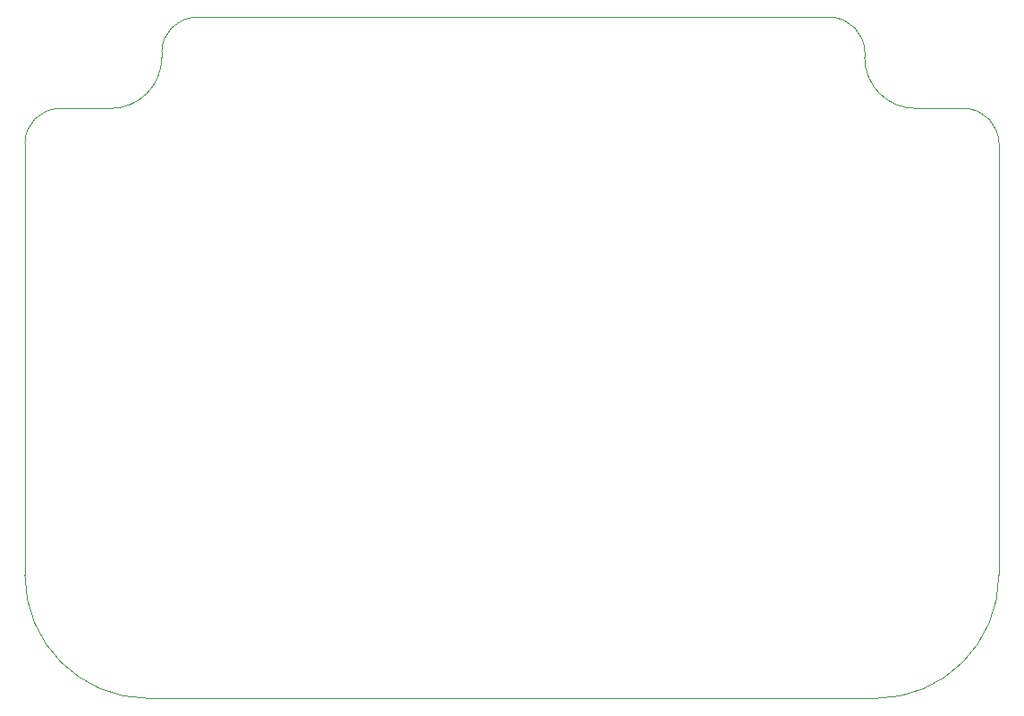
<source format=gm1>
G04 #@! TF.FileFunction,Profile,NP*
%FSLAX46Y46*%
G04 Gerber Fmt 4.6, Leading zero omitted, Abs format (unit mm)*
G04 Created by KiCad (PCBNEW 0.201507280910+6003~25~ubuntu14.04.1-product) date Wed 19 Aug 2015 23:49:12 BST*
%MOMM*%
G01*
G04 APERTURE LIST*
%ADD10C,0.100000*%
G04 APERTURE END LIST*
D10*
X145542000Y-70866000D02*
X145542000Y-71374000D01*
X208788000Y-67564000D02*
X148844000Y-67564000D01*
X212090000Y-70866000D02*
X212090000Y-71374000D01*
X212090000Y-70866000D02*
G75*
G03X208788000Y-67564000I-3302000J0D01*
G01*
X148844000Y-67564000D02*
G75*
G03X145542000Y-70866000I0J-3302000D01*
G01*
X224790000Y-79502000D02*
X224790000Y-120396000D01*
X216916000Y-76200000D02*
X221488000Y-76200000D01*
X224790000Y-79502000D02*
G75*
G03X221488000Y-76200000I-3302000J0D01*
G01*
X132588000Y-79502000D02*
X132588000Y-120396000D01*
X135890000Y-76200000D02*
X140716000Y-76200000D01*
X135890000Y-76200000D02*
G75*
G03X132588000Y-79502000I0J-3302000D01*
G01*
X144272000Y-132080000D02*
X213106000Y-132080000D01*
X213106000Y-132080000D02*
G75*
G03X224790000Y-120396000I0J11684000D01*
G01*
X132588000Y-120396000D02*
G75*
G03X144272000Y-132080000I11684000J0D01*
G01*
X212090000Y-71374000D02*
G75*
G03X216916000Y-76200000I4826000J0D01*
G01*
X140716000Y-76200000D02*
G75*
G03X145542000Y-71374000I0J4826000D01*
G01*
M02*

</source>
